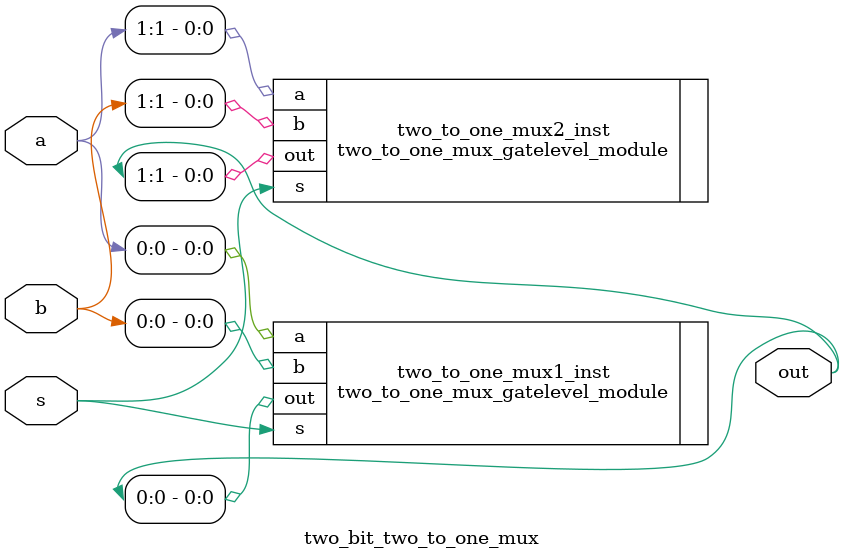
<source format=v>
module two_bit_two_to_one_mux(
    input   [1:0]   a,
    input   [1:0]   b,
    input           s,
    output  [1:0]   out
);

    two_to_one_mux_gatelevel_module two_to_one_mux1_inst(.a(a[0]), .b(b[0]), .s(s), .out(out[0]));
    two_to_one_mux_gatelevel_module two_to_one_mux2_inst(.a(a[1]), .b(b[1]), .s(s), .out(out[1]));

endmodule
</source>
